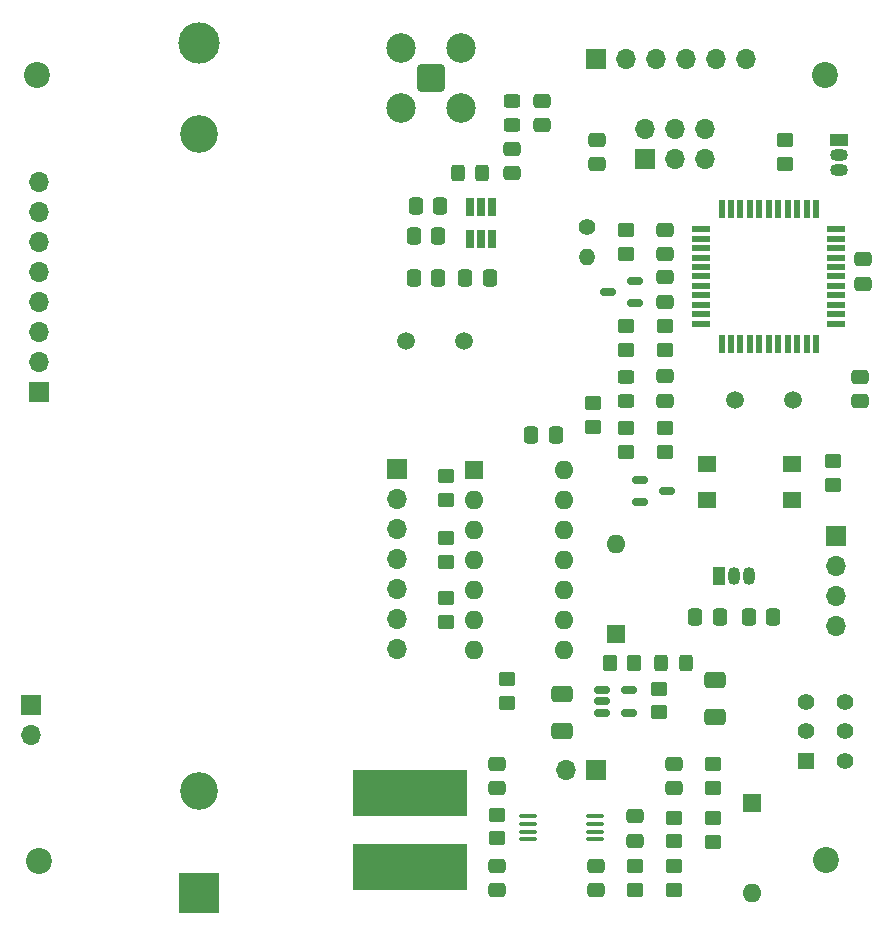
<source format=gbr>
%TF.GenerationSoftware,KiCad,Pcbnew,7.0.10*%
%TF.CreationDate,2024-11-11T15:26:17+02:00*%
%TF.ProjectId,Elektroniikkapaja,456c656b-7472-46f6-9e69-696b6b617061,rev?*%
%TF.SameCoordinates,Original*%
%TF.FileFunction,Soldermask,Top*%
%TF.FilePolarity,Negative*%
%FSLAX46Y46*%
G04 Gerber Fmt 4.6, Leading zero omitted, Abs format (unit mm)*
G04 Created by KiCad (PCBNEW 7.0.10) date 2024-11-11 15:26:17*
%MOMM*%
%LPD*%
G01*
G04 APERTURE LIST*
G04 Aperture macros list*
%AMRoundRect*
0 Rectangle with rounded corners*
0 $1 Rounding radius*
0 $2 $3 $4 $5 $6 $7 $8 $9 X,Y pos of 4 corners*
0 Add a 4 corners polygon primitive as box body*
4,1,4,$2,$3,$4,$5,$6,$7,$8,$9,$2,$3,0*
0 Add four circle primitives for the rounded corners*
1,1,$1+$1,$2,$3*
1,1,$1+$1,$4,$5*
1,1,$1+$1,$6,$7*
1,1,$1+$1,$8,$9*
0 Add four rect primitives between the rounded corners*
20,1,$1+$1,$2,$3,$4,$5,0*
20,1,$1+$1,$4,$5,$6,$7,0*
20,1,$1+$1,$6,$7,$8,$9,0*
20,1,$1+$1,$8,$9,$2,$3,0*%
G04 Aperture macros list end*
%ADD10RoundRect,0.250000X-0.475000X0.337500X-0.475000X-0.337500X0.475000X-0.337500X0.475000X0.337500X0*%
%ADD11RoundRect,0.250000X-0.325000X-0.450000X0.325000X-0.450000X0.325000X0.450000X-0.325000X0.450000X0*%
%ADD12RoundRect,0.250000X0.337500X0.475000X-0.337500X0.475000X-0.337500X-0.475000X0.337500X-0.475000X0*%
%ADD13RoundRect,0.250000X0.450000X-0.350000X0.450000X0.350000X-0.450000X0.350000X-0.450000X-0.350000X0*%
%ADD14R,0.550000X1.500000*%
%ADD15R,1.500000X0.550000*%
%ADD16C,3.200000*%
%ADD17R,3.500000X3.500000*%
%ADD18C,3.500000*%
%ADD19RoundRect,0.250000X0.650000X-0.412500X0.650000X0.412500X-0.650000X0.412500X-0.650000X-0.412500X0*%
%ADD20C,1.500000*%
%ADD21RoundRect,0.250000X-0.450000X0.350000X-0.450000X-0.350000X0.450000X-0.350000X0.450000X0.350000X0*%
%ADD22R,1.600000X1.400000*%
%ADD23R,1.050000X1.500000*%
%ADD24O,1.050000X1.500000*%
%ADD25R,1.700000X1.700000*%
%ADD26O,1.700000X1.700000*%
%ADD27R,1.500000X1.050000*%
%ADD28O,1.500000X1.050000*%
%ADD29RoundRect,0.250000X0.475000X-0.337500X0.475000X0.337500X-0.475000X0.337500X-0.475000X-0.337500X0*%
%ADD30RoundRect,0.150000X-0.512500X-0.150000X0.512500X-0.150000X0.512500X0.150000X-0.512500X0.150000X0*%
%ADD31RoundRect,0.250000X-0.337500X-0.475000X0.337500X-0.475000X0.337500X0.475000X-0.337500X0.475000X0*%
%ADD32R,0.650000X1.560000*%
%ADD33R,1.400000X1.400000*%
%ADD34C,1.400000*%
%ADD35C,2.200000*%
%ADD36RoundRect,0.200100X-0.949900X-0.949900X0.949900X-0.949900X0.949900X0.949900X-0.949900X0.949900X0*%
%ADD37C,2.500000*%
%ADD38R,1.600000X1.600000*%
%ADD39O,1.600000X1.600000*%
%ADD40RoundRect,0.102000X4.750000X-1.875000X4.750000X1.875000X-4.750000X1.875000X-4.750000X-1.875000X0*%
%ADD41RoundRect,0.250000X0.350000X0.450000X-0.350000X0.450000X-0.350000X-0.450000X0.350000X-0.450000X0*%
%ADD42RoundRect,0.100000X-0.637500X-0.100000X0.637500X-0.100000X0.637500X0.100000X-0.637500X0.100000X0*%
%ADD43RoundRect,0.250000X0.450000X-0.325000X0.450000X0.325000X-0.450000X0.325000X-0.450000X-0.325000X0*%
%ADD44O,1.400000X1.400000*%
%ADD45RoundRect,0.250000X-0.450000X0.325000X-0.450000X-0.325000X0.450000X-0.325000X0.450000X0.325000X0*%
%ADD46RoundRect,0.150000X0.512500X0.150000X-0.512500X0.150000X-0.512500X-0.150000X0.512500X-0.150000X0*%
G04 APERTURE END LIST*
D10*
%TO.C,C5*%
X224282000Y-80496500D03*
X224282000Y-82571500D03*
%TD*%
D11*
%TO.C,L2*%
X219692000Y-82550000D03*
X221742000Y-82550000D03*
%TD*%
D12*
%TO.C,C22*%
X227987500Y-104770000D03*
X225912500Y-104770000D03*
%TD*%
D13*
%TO.C,R4*%
X247396000Y-81772000D03*
X247396000Y-79772000D03*
%TD*%
D14*
%TO.C,U1*%
X242014000Y-97026000D03*
X242814000Y-97026000D03*
X243614000Y-97026000D03*
X244414000Y-97026000D03*
X245214000Y-97026000D03*
X246014000Y-97026000D03*
X246814000Y-97026000D03*
X247614000Y-97026000D03*
X248414000Y-97026000D03*
X249214000Y-97026000D03*
X250014000Y-97026000D03*
D15*
X251714000Y-95326000D03*
X251714000Y-94526000D03*
X251714000Y-93726000D03*
X251714000Y-92926000D03*
X251714000Y-92126000D03*
X251714000Y-91326000D03*
X251714000Y-90526000D03*
X251714000Y-89726000D03*
X251714000Y-88926000D03*
X251714000Y-88126000D03*
X251714000Y-87326000D03*
D14*
X250014000Y-85626000D03*
X249214000Y-85626000D03*
X248414000Y-85626000D03*
X247614000Y-85626000D03*
X246814000Y-85626000D03*
X246014000Y-85626000D03*
X245214000Y-85626000D03*
X244414000Y-85626000D03*
X243614000Y-85626000D03*
X242814000Y-85626000D03*
X242014000Y-85626000D03*
D15*
X240314000Y-87326000D03*
X240314000Y-88126000D03*
X240314000Y-88926000D03*
X240314000Y-89726000D03*
X240314000Y-90526000D03*
X240314000Y-91326000D03*
X240314000Y-92126000D03*
X240314000Y-92926000D03*
X240314000Y-93726000D03*
X240314000Y-94526000D03*
X240314000Y-95326000D03*
%TD*%
D16*
%TO.C,BT1*%
X197760000Y-134885000D03*
X197760000Y-79275000D03*
D17*
X197760000Y-143530000D03*
D18*
X197760000Y-71530000D03*
%TD*%
D13*
%TO.C,R9*%
X237998000Y-143240000D03*
X237998000Y-141240000D03*
%TD*%
D19*
%TO.C,C18*%
X241487500Y-128630000D03*
X241487500Y-125505000D03*
%TD*%
D20*
%TO.C,Y2*%
X215338000Y-96774000D03*
X220218000Y-96774000D03*
%TD*%
D21*
%TO.C,R16*%
X236683500Y-126228000D03*
X236683500Y-128228000D03*
%TD*%
%TO.C,R2*%
X233934000Y-95520000D03*
X233934000Y-97520000D03*
%TD*%
D12*
%TO.C,C11*%
X241851000Y-120142000D03*
X239776000Y-120142000D03*
%TD*%
D13*
%TO.C,R21*%
X223870000Y-127420000D03*
X223870000Y-125420000D03*
%TD*%
%TO.C,R11*%
X233934000Y-89408000D03*
X233934000Y-87408000D03*
%TD*%
D22*
%TO.C,SW_reset1*%
X247948000Y-110212000D03*
X240748000Y-110212000D03*
X247948000Y-107212000D03*
X240748000Y-107212000D03*
%TD*%
D23*
%TO.C,U4*%
X241808000Y-116692000D03*
D24*
X243078000Y-116692000D03*
X244348000Y-116692000D03*
%TD*%
D10*
%TO.C,C1*%
X253746000Y-99800500D03*
X253746000Y-101875500D03*
%TD*%
D25*
%TO.C,J9*%
X235560000Y-81370000D03*
D26*
X235560000Y-78830000D03*
X238100000Y-81370000D03*
X238100000Y-78830000D03*
X240640000Y-81370000D03*
X240640000Y-78830000D03*
%TD*%
D10*
%TO.C,C3*%
X226822000Y-76432500D03*
X226822000Y-78507500D03*
%TD*%
D27*
%TO.C,U5*%
X251968000Y-79756000D03*
D28*
X251968000Y-81026000D03*
X251968000Y-82296000D03*
%TD*%
D25*
%TO.C,J6*%
X231399000Y-133096000D03*
D26*
X228859000Y-133096000D03*
%TD*%
D29*
%TO.C,C21*%
X254000000Y-91948000D03*
X254000000Y-89873000D03*
%TD*%
D10*
%TO.C,C16*%
X231394000Y-141224000D03*
X231394000Y-143299000D03*
%TD*%
%TO.C,C15*%
X234696000Y-137020000D03*
X234696000Y-139095000D03*
%TD*%
D30*
%TO.C,U6*%
X231932500Y-126350000D03*
X231932500Y-127300000D03*
X231932500Y-128250000D03*
X234207500Y-128250000D03*
X234207500Y-126350000D03*
%TD*%
D13*
%TO.C,R13*%
X231130000Y-104080000D03*
X231130000Y-102080000D03*
%TD*%
D25*
%TO.C,J8*%
X183575000Y-127635000D03*
D26*
X183575000Y-130175000D03*
%TD*%
D31*
%TO.C,C12*%
X244326500Y-120142000D03*
X246401500Y-120142000D03*
%TD*%
D21*
%TO.C,R5*%
X237998000Y-137160000D03*
X237998000Y-139160000D03*
%TD*%
%TO.C,R7*%
X241300000Y-132620000D03*
X241300000Y-134620000D03*
%TD*%
D30*
%TO.C,Q2*%
X235082500Y-108524000D03*
X235082500Y-110424000D03*
X237357500Y-109474000D03*
%TD*%
D29*
%TO.C,C6*%
X237236000Y-89429500D03*
X237236000Y-87354500D03*
%TD*%
D32*
%TO.C,U3*%
X222614000Y-85438000D03*
X221664000Y-85438000D03*
X220714000Y-85438000D03*
X220714000Y-88138000D03*
X221664000Y-88138000D03*
X222614000Y-88138000D03*
%TD*%
D31*
%TO.C,C17*%
X216132500Y-85344000D03*
X218207500Y-85344000D03*
%TD*%
D21*
%TO.C,R18*%
X218720000Y-108250000D03*
X218720000Y-110250000D03*
%TD*%
D29*
%TO.C,C10*%
X231440000Y-81847500D03*
X231440000Y-79772500D03*
%TD*%
D33*
%TO.C,SW1*%
X249174000Y-132334000D03*
D34*
X249174000Y-129834000D03*
X249174000Y-127334000D03*
X252474000Y-132334000D03*
X252474000Y-129834000D03*
X252474000Y-127334000D03*
%TD*%
D35*
%TO.C,H1*%
X184050000Y-74310000D03*
%TD*%
D12*
%TO.C,C7*%
X218042000Y-87884000D03*
X215967000Y-87884000D03*
%TD*%
D29*
%TO.C,C20*%
X237998000Y-134641500D03*
X237998000Y-132566500D03*
%TD*%
D10*
%TO.C,C13*%
X223012000Y-141202500D03*
X223012000Y-143277500D03*
%TD*%
D21*
%TO.C,R20*%
X218700000Y-118590000D03*
X218700000Y-120590000D03*
%TD*%
D29*
%TO.C,C14*%
X223012000Y-134641500D03*
X223012000Y-132566500D03*
%TD*%
D36*
%TO.C,J1*%
X217400000Y-74540000D03*
D37*
X214860000Y-72000000D03*
X214860000Y-77080000D03*
X219940000Y-72000000D03*
X219940000Y-77080000D03*
%TD*%
D25*
%TO.C,J4*%
X251714000Y-113294000D03*
D26*
X251714000Y-115834000D03*
X251714000Y-118374000D03*
X251714000Y-120914000D03*
%TD*%
D38*
%TO.C,D2*%
X244602000Y-135890000D03*
D39*
X244602000Y-143510000D03*
%TD*%
D35*
%TO.C,H2*%
X250800000Y-74300000D03*
%TD*%
D40*
%TO.C,L3*%
X215646000Y-141285000D03*
X215646000Y-135035000D03*
%TD*%
D13*
%TO.C,R1*%
X251460000Y-108950000D03*
X251460000Y-106950000D03*
%TD*%
D21*
%TO.C,R8*%
X234696000Y-141240000D03*
X234696000Y-143240000D03*
%TD*%
D20*
%TO.C,Y1*%
X243160000Y-101770000D03*
X248040000Y-101770000D03*
%TD*%
D13*
%TO.C,R10*%
X237236000Y-97520000D03*
X237236000Y-95520000D03*
%TD*%
D10*
%TO.C,C2*%
X237236000Y-99779000D03*
X237236000Y-101854000D03*
%TD*%
D38*
%TO.C,D4*%
X233090000Y-121590000D03*
D39*
X233090000Y-113970000D03*
%TD*%
D41*
%TO.C,R15*%
X234563500Y-124088000D03*
X232563500Y-124088000D03*
%TD*%
D11*
%TO.C,D3*%
X236927500Y-124070000D03*
X238977500Y-124070000D03*
%TD*%
D21*
%TO.C,R14*%
X233934000Y-104172000D03*
X233934000Y-106172000D03*
%TD*%
D42*
%TO.C,U2*%
X225607500Y-137025000D03*
X225607500Y-137675000D03*
X225607500Y-138325000D03*
X225607500Y-138975000D03*
X231332500Y-138975000D03*
X231332500Y-138325000D03*
X231332500Y-137675000D03*
X231332500Y-137025000D03*
%TD*%
D12*
%TO.C,C8*%
X218042000Y-91440000D03*
X215967000Y-91440000D03*
%TD*%
D43*
%TO.C,D1*%
X233934000Y-101872000D03*
X233934000Y-99822000D03*
%TD*%
D34*
%TO.C,R12*%
X230632000Y-87172000D03*
D44*
X230632000Y-89712000D03*
%TD*%
D13*
%TO.C,R17*%
X237236000Y-106156000D03*
X237236000Y-104156000D03*
%TD*%
D35*
%TO.C,H3*%
X184220000Y-140840000D03*
%TD*%
D25*
%TO.C,J5*%
X214530000Y-107670000D03*
D26*
X214530000Y-110210000D03*
X214530000Y-112750000D03*
X214530000Y-115290000D03*
X214530000Y-117830000D03*
X214530000Y-120370000D03*
X214530000Y-122910000D03*
%TD*%
D10*
%TO.C,C4*%
X237236000Y-91397000D03*
X237236000Y-93472000D03*
%TD*%
D35*
%TO.C,H4*%
X250900000Y-140710000D03*
%TD*%
D38*
%TO.C,U7*%
X221090000Y-107720000D03*
D39*
X221090000Y-110260000D03*
X221090000Y-112800000D03*
X221090000Y-115340000D03*
X221090000Y-117880000D03*
X221090000Y-120420000D03*
X221090000Y-122960000D03*
X228710000Y-122960000D03*
X228710000Y-120420000D03*
X228710000Y-117880000D03*
X228710000Y-115340000D03*
X228710000Y-112800000D03*
X228710000Y-110260000D03*
X228710000Y-107720000D03*
%TD*%
D21*
%TO.C,R3*%
X223012000Y-136906000D03*
X223012000Y-138906000D03*
%TD*%
D25*
%TO.C,J7*%
X184200000Y-101090000D03*
D26*
X184200000Y-98550000D03*
X184200000Y-96010000D03*
X184200000Y-93470000D03*
X184200000Y-90930000D03*
X184200000Y-88390000D03*
X184200000Y-85850000D03*
X184200000Y-83310000D03*
%TD*%
D45*
%TO.C,L1*%
X224282000Y-76445000D03*
X224282000Y-78495000D03*
%TD*%
D21*
%TO.C,R19*%
X218720000Y-113470000D03*
X218720000Y-115470000D03*
%TD*%
D13*
%TO.C,R6*%
X241300000Y-139176000D03*
X241300000Y-137176000D03*
%TD*%
D46*
%TO.C,Q1*%
X234685000Y-93594000D03*
X234685000Y-91694000D03*
X232410000Y-92644000D03*
%TD*%
D25*
%TO.C,J3*%
X231394000Y-72898000D03*
D26*
X233934000Y-72898000D03*
X236474000Y-72898000D03*
X239014000Y-72898000D03*
X241554000Y-72898000D03*
X244094000Y-72898000D03*
%TD*%
D31*
%TO.C,C9*%
X220328000Y-91440000D03*
X222403000Y-91440000D03*
%TD*%
D19*
%TO.C,C19*%
X228500000Y-129812500D03*
X228500000Y-126687500D03*
%TD*%
M02*

</source>
